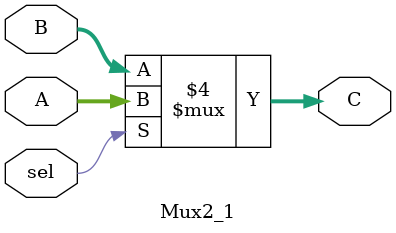
<source format=v>
`timescale 1ns/1ns
module Mux2_1(
    input sel,
    input [31:0] A,
    input [31:0] B,
    output reg [31:0] C
);

always@(*)
begin
    if(sel == 1'b0)
        begin
            C = B;
        end
    else
        begin
            C = A;
        end 
end

endmodule

</source>
